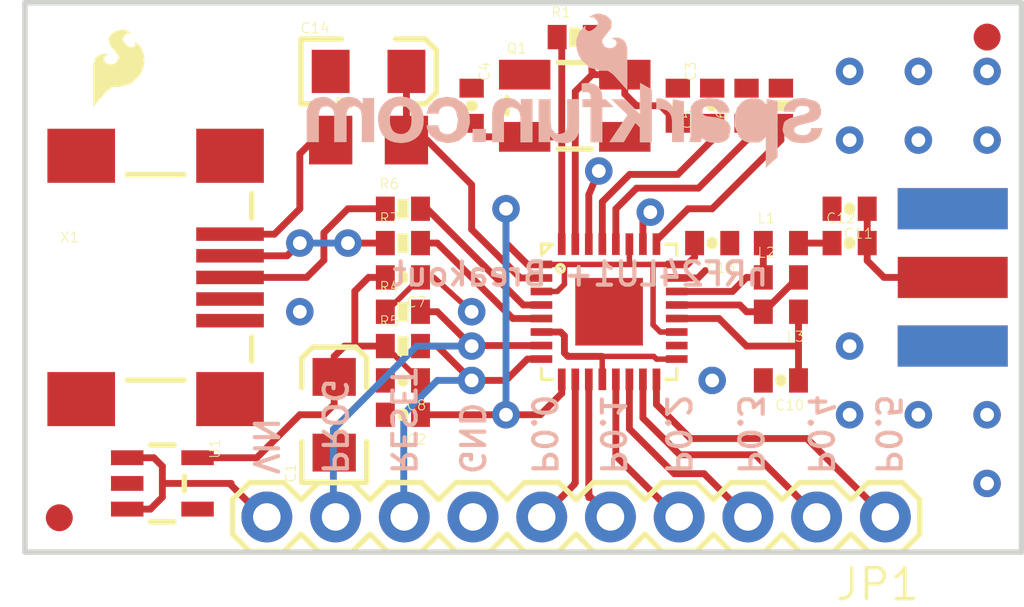
<source format=kicad_pcb>
(kicad_pcb (version 20211014) (generator pcbnew)
  (layers (0 "F.Cu" signal) (31 "B.Cu" signal) (34 "B.Paste" user) (35 "F.Paste" user) (36 "B.SilkS" user "B.Silkscreen") (37 "F.SilkS" user "F.Silkscreen") (38 "B.Mask" user) (39 "F.Mask" user) (44 "Edge.Cuts" user))
  (net 0 "")
  (net 1 "GND")
  (net 2 "VIN")
  (net 3 "VCC")
  (net 4 "N$1")
  (net 5 "N$2")
  (net 6 "N$4")
  (net 7 "N$8")
  (net 8 "N$9")
  (net 9 "N$20")
  (net 10 "N$21")
  (net 11 "N$22")
  (net 12 "N$24")
  (net 13 "VBUS")
  (net 14 "D+")
  (net 15 "D-")
  (net 16 "PROG")
  (net 17 "/RESET")
  (net 18 "N$3")
  (net 19 "N$6")
  (net 20 "N$5")
  (net 21 "N$7")
  (net 22 "P0.0")
  (net 23 "P0.1")
  (net 24 "P0.2")
  (net 25 "P0.3")
  (net 26 "P0.4")
  (net 27 "P0.5")
  (footprint "boardEagle:0402-RES" (layer "F.Cu") (at 144.0561 107.5436)
    (fp_text reference "R5" (at -0.889 -0.6985) (layer "F.SilkS") (effects (font (size 0.373888 0.373888) (thickness 0.032512)) (justify left bottom)))
    (fp_text value "10k")
    (pad "1" smd rect (at -0.65 0) (size 0.7 0.9) (layers "F.Cu" "F.Paste" "F.Mask") (net 3 "VCC"))
    (pad "2" smd rect (at 0.65 0) (size 0.7 0.9) (layers "F.Cu" "F.Paste" "F.Mask") (net 17 "/RESET"))
  )
  (footprint "boardEagle:SFE-LOGO-FLAME" (layer "F.Cu") (at 132.6261 98.6536)
    (fp_text reference "U$14" hide)
    (fp_text value "LOGO-SFESK" hide)
  )
  (footprint "boardEagle:SMA-EDGE" (layer "F.Cu") (at 164.3761 102.4636 -90)
    (fp_text reference "J$1" hide)
    (fp_text value "SMA_EDGE" hide)
    (pad "GND@0" smd rect (at 0 0 270) (size 1.524 4.064) (layers "F.Cu" "F.Mask") (net 1 "GND"))
    (pad "GND@1" smd rect (at 5.08 0 270) (size 1.524 4.064) (layers "F.Cu" "F.Mask") (net 1 "GND"))
    (pad "GND@2" smd rect (at 0 0 270) (size 1.524 4.064) (layers "B.Cu" "B.Paste" "B.Mask") (net 1 "GND"))
    (pad "GND@3" smd rect (at 5.08 0 270) (size 1.524 4.064) (layers "B.Cu" "B.Paste" "B.Mask") (net 1 "GND"))
    (pad "SIG" smd rect (at 2.54 0 270) (size 1.524 4.064) (layers "F.Cu" "F.Mask") (net 10 "N$21"))
  )
  (footprint "boardEagle:0402-RES" (layer "F.Cu") (at 150.4061 96.1136)
    (fp_text reference "R1" (at -0.889 -0.6985) (layer "F.SilkS") (effects (font (size 0.373888 0.373888) (thickness 0.032512)) (justify left bottom)))
    (fp_text value "1M")
    (pad "1" smd rect (at -0.65 0) (size 0.7 0.9) (layers "F.Cu" "F.Paste" "F.Mask") (net 5 "N$2"))
    (pad "2" smd rect (at 0.65 0) (size 0.7 0.9) (layers "F.Cu" "F.Paste" "F.Mask") (net 4 "N$1"))
  )
  (footprint "boardEagle:0402-CAP" (layer "F.Cu") (at 156.7561 98.6536 90)
    (fp_text reference "C6" (at -0.889 -0.6985 90) (layer "F.SilkS") (effects (font (size 0.373888 0.373888) (thickness 0.032512)) (justify left bottom)))
    (fp_text value "33nF")
    (pad "1" smd rect (at -0.65 0 90) (size 0.7 0.9) (layers "F.Cu" "F.Paste" "F.Mask") (net 7 "N$8"))
    (pad "2" smd rect (at 0.65 0 90) (size 0.7 0.9) (layers "F.Cu" "F.Paste" "F.Mask") (net 1 "GND"))
  )
  (footprint "boardEagle:0402-CAP" (layer "F.Cu") (at 160.5661 102.4636 180)
    (fp_text reference "C11" (at -0.889 -0.6985 180) (layer "F.SilkS") (effects (font (size 0.373888 0.373888) (thickness 0.032512)) (justify right top)))
    (fp_text value "1.0pF")
    (pad "1" smd rect (at -0.65 0 180) (size 0.7 0.9) (layers "F.Cu" "F.Paste" "F.Mask") (net 10 "N$21"))
    (pad "2" smd rect (at 0.65 0 180) (size 0.7 0.9) (layers "F.Cu" "F.Paste" "F.Mask") (net 1 "GND"))
  )
  (footprint "boardEagle:QFN-32" (layer "F.Cu") (at 151.6761 106.2736 -90)
    (fp_text reference "U2" hide)
    (fp_text value "NRF24LU1" hide)
    (pad "P$1" smd rect (at -1.75 2.5) (size 0.8 0.2846) (layers "F.Cu" "F.Paste" "F.Mask") (net 3 "VCC"))
    (pad "P$2" smd rect (at -1.25 2.5) (size 0.8 0.2846) (layers "F.Cu" "F.Paste" "F.Mask") (net 13 "VBUS"))
    (pad "P$3" smd rect (at -0.75 2.5) (size 0.8 0.2846) (layers "F.Cu" "F.Paste" "F.Mask") (net 3 "VCC"))
    (pad "P$4" smd rect (at -0.25 2.5) (size 0.8 0.2846) (layers "F.Cu" "F.Paste" "F.Mask") (net 20 "N$5"))
    (pad "P$5" smd rect (at 0.25 2.5) (size 0.8 0.2846) (layers "F.Cu" "F.Paste" "F.Mask") (net 21 "N$7"))
    (pad "P$6" smd rect (at 0.75 2.5) (size 0.8 0.2846) (layers "F.Cu" "F.Paste" "F.Mask") (net 1 "GND"))
    (pad "P$7" smd rect (at 1.25 2.5) (size 0.8 0.2846) (layers "F.Cu" "F.Paste" "F.Mask") (net 16 "PROG"))
    (pad "P$8" smd rect (at 1.75 2.5) (size 0.8 0.2846) (layers "F.Cu" "F.Paste" "F.Mask") (net 17 "/RESET"))
    (pad "P$9" smd rect (at 2.5 1.75 90) (size 0.8 0.2846) (layers "F.Cu" "F.Paste" "F.Mask") (net 3 "VCC"))
    (pad "P$10" smd rect (at 2.5 1.25 90) (size 0.8 0.2846) (layers "F.Cu" "F.Paste" "F.Mask") (net 22 "P0.0"))
    (pad "P$11" smd rect (at 2.5 0.75 90) (size 0.8 0.2846) (layers "F.Cu" "F.Paste" "F.Mask") (net 23 "P0.1"))
    (pad "P$12" smd rect (at 2.5 0.25 90) (size 0.8 0.2846) (layers "F.Cu" "F.Paste" "F.Mask") (net 1 "GND"))
    (pad "P$13" smd rect (at 2.5 -0.25 90) (size 0.8 0.2846) (layers "F.Cu" "F.Paste" "F.Mask") (net 24 "P0.2"))
    (pad "P$14" smd rect (at 2.5 -0.75 90) (size 0.8 0.2846) (layers "F.Cu" "F.Paste" "F.Mask") (net 25 "P0.3"))
    (pad "P$15" smd rect (at 2.5 -1.25 90) (size 0.8 0.2846) (layers "F.Cu" "F.Paste" "F.Mask") (net 26 "P0.4"))
    (pad "P$16" smd rect (at 2.5 -1.75 90) (size 0.8 0.2846) (layers "F.Cu" "F.Paste" "F.Mask") (net 27 "P0.5"))
    (pad "P$17" smd rect (at 1.75 -2.5 180) (size 0.8 0.2846) (layers "F.Cu" "F.Paste" "F.Mask") (net 1 "GND"))
    (pad "P$18" smd rect (at 1.25 -2.5 180) (size 0.8 0.2846) (layers "F.Cu" "F.Paste" "F.Mask") (net 1 "GND"))
    (pad "P$19" smd rect (at 0.75 -2.5 180) (size 0.8 0.2846) (layers "F.Cu" "F.Paste" "F.Mask") (net 3 "VCC"))
    (pad "P$20" smd rect (at 0.25 -2.5 180) (size 0.8 0.2846) (layers "F.Cu" "F.Paste" "F.Mask") (net 12 "N$24"))
    (pad "P$21" smd rect (at -0.25 -2.5 180) (size 0.8 0.2846) (layers "F.Cu" "F.Paste" "F.Mask") (net 11 "N$22"))
    (pad "P$22" smd rect (at -0.75 -2.5 180) (size 0.8 0.2846) (layers "F.Cu" "F.Paste" "F.Mask") (net 18 "N$3"))
    (pad "P$23" smd rect (at -1.25 -2.5 180) (size 0.8 0.2846) (layers "F.Cu" "F.Paste" "F.Mask") (net 1 "GND"))
    (pad "P$24" smd rect (at -1.75 -2.5 180) (size 0.8 0.2846) (layers "F.Cu" "F.Paste" "F.Mask") (net 3 "VCC"))
    (pad "P$25" smd rect (at -2.5 -1.75 270) (size 0.8 0.2846) (layers "F.Cu" "F.Paste" "F.Mask") (net 8 "N$9"))
    (pad "P$26" smd rect (at -2.5 -1.25 270) (size 0.8 0.2846) (layers "F.Cu" "F.Paste" "F.Mask") (net 1 "GND"))
    (pad "P$27" smd rect (at -2.5 -0.75 270) (size 0.8 0.2846) (layers "F.Cu" "F.Paste" "F.Mask") (net 3 "VCC"))
    (pad "P$28" smd rect (at -2.5 -0.25 270) (size 0.8 0.2846) (layers "F.Cu" "F.Paste" "F.Mask") (net 7 "N$8"))
    (pad "P$29" smd rect (at -2.5 0.25 270) (size 0.8 0.2846) (layers "F.Cu" "F.Paste" "F.Mask") (net 6 "N$4"))
    (pad "P$30" smd rect (at -2.5 0.75 270) (size 0.8 0.2846) (layers "F.Cu" "F.Paste" "F.Mask") (net 1 "GND"))
    (pad "P$31" smd rect (at -2.5 1.25 270) (size 0.8 0.2846) (layers "F.Cu" "F.Paste" "F.Mask") (net 4 "N$1"))
    (pad "P$32" smd rect (at -2.5 1.75 270) (size 0.8 0.2846) (layers "F.Cu" "F.Paste" "F.Mask") (net 5 "N$2"))
    (pad "P$33" smd rect (at 0 0 270) (size 2.5 2.5) (layers "F.Cu" "F.Paste" "F.Mask"))
  )
  (footprint "boardEagle:0402-CAP" (layer "F.Cu") (at 144.0561 105.0036 180)
    (fp_text reference "C7" (at -0.889 -0.6985 180) (layer "F.SilkS") (effects (font (size 0.373888 0.373888) (thickness 0.032512)) (justify right top)))
    (fp_text value "10n")
    (pad "1" smd rect (at -0.65 0 180) (size 0.7 0.9) (layers "F.Cu" "F.Paste" "F.Mask") (net 1 "GND"))
    (pad "2" smd rect (at 0.65 0 180) (size 0.7 0.9) (layers "F.Cu" "F.Paste" "F.Mask") (net 3 "VCC"))
  )
  (footprint "boardEagle:C0402" (layer "F.Cu") (at 158.0261 105.0036)
    (fp_text reference "L2" (at -0.889 -0.6985) (layer "F.SilkS") (effects (font (size 0.373888 0.373888) (thickness 0.032512)) (justify left bottom)))
    (fp_text value "6.8nH")
    (pad "1" smd rect (at -0.65 0) (size 0.7 0.9) (layers "F.Cu" "F.Paste" "F.Mask") (net 18 "N$3"))
    (pad "2" smd rect (at 0.65 0) (size 0.7 0.9) (layers "F.Cu" "F.Paste" "F.Mask") (net 11 "N$22"))
  )
  (footprint "boardEagle:0402-CAP" (layer "F.Cu") (at 146.5961 98.6536 -90)
    (fp_text reference "C4" (at -0.889 -0.6985 -90) (layer "F.SilkS") (effects (font (size 0.373888 0.373888) (thickness 0.032512)) (justify left bottom)))
    (fp_text value "15pF")
    (pad "1" smd rect (at -0.65 0 270) (size 0.7 0.9) (layers "F.Cu" "F.Paste" "F.Mask") (net 1 "GND"))
    (pad "2" smd rect (at 0.65 0 270) (size 0.7 0.9) (layers "F.Cu" "F.Paste" "F.Mask") (net 5 "N$2"))
  )
  (footprint "boardEagle:0402-CAP" (layer "F.Cu") (at 144.0561 110.0836 180)
    (fp_text reference "C2" (at -0.889 -0.6985 180) (layer "F.SilkS") (effects (font (size 0.373888 0.373888) (thickness 0.032512)) (justify right top)))
    (fp_text value "0.1uF")
    (pad "1" smd rect (at -0.65 0 180) (size 0.7 0.9) (layers "F.Cu" "F.Paste" "F.Mask") (net 3 "VCC"))
    (pad "2" smd rect (at 0.65 0 180) (size 0.7 0.9) (layers "F.Cu" "F.Paste" "F.Mask") (net 1 "GND"))
  )
  (footprint "boardEagle:0402-CAP" (layer "F.Cu") (at 155.4861 98.6536 90)
    (fp_text reference "C5" (at -0.889 -0.6985 90) (layer "F.SilkS") (effects (font (size 0.373888 0.373888) (thickness 0.032512)) (justify left bottom)))
    (fp_text value "33nF")
    (pad "1" smd rect (at -0.65 0 90) (size 0.7 0.9) (layers "F.Cu" "F.Paste" "F.Mask") (net 6 "N$4"))
    (pad "2" smd rect (at 0.65 0 90) (size 0.7 0.9) (layers "F.Cu" "F.Paste" "F.Mask") (net 1 "GND"))
  )
  (footprint "boardEagle:0402-CAP" (layer "F.Cu") (at 160.5661 103.7336)
    (fp_text reference "C12" (at -0.889 -0.6985) (layer "F.SilkS") (effects (font (size 0.373888 0.373888) (thickness 0.032512)) (justify left bottom)))
    (fp_text value "1.2pF")
    (pad "1" smd rect (at -0.65 0) (size 0.7 0.9) (layers "F.Cu" "F.Paste" "F.Mask") (net 9 "N$20"))
    (pad "2" smd rect (at 0.65 0) (size 0.7 0.9) (layers "F.Cu" "F.Paste" "F.Mask") (net 10 "N$21"))
  )
  (footprint "boardEagle:FIDUCIAL-1X2" (layer "F.Cu") (at 131.3561 113.8936)
    (fp_text reference "U$12" hide)
    (fp_text value "FIDUCIAL1X2" hide)
    (pad "1" smd roundrect (at 0 0) (size 1 1) (layers "F.Cu" "F.Mask") (roundrect_rratio 0.5))
  )
  (footprint "boardEagle:1X10" (layer "F.Cu") (at 161.8861 113.8636 180)
    (fp_text reference "JP1" (at -1.3462 -1.8288 180) (layer "F.SilkS") (effects (font (size 1.143 1.143) (thickness 0.127)) (justify right top)))
    (fp_text value "M10\"")
    (pad "1" thru_hole circle (at 0 0 270) (size 1.8796 1.8796) (drill 1.016) (layers *.Cu *.Mask) (net 27 "P0.5"))
    (pad "2" thru_hole circle (at 2.54 0 270) (size 1.8796 1.8796) (drill 1.016) (layers *.Cu *.Mask) (net 26 "P0.4"))
    (pad "3" thru_hole circle (at 5.08 0 270) (size 1.8796 1.8796) (drill 1.016) (layers *.Cu *.Mask) (net 25 "P0.3"))
    (pad "4" thru_hole circle (at 7.62 0 270) (size 1.8796 1.8796) (drill 1.016) (layers *.Cu *.Mask) (net 24 "P0.2"))
    (pad "5" thru_hole circle (at 10.16 0 270) (size 1.8796 1.8796) (drill 1.016) (layers *.Cu *.Mask) (net 23 "P0.1"))
    (pad "6" thru_hole circle (at 12.7 0 270) (size 1.8796 1.8796) (drill 1.016) (layers *.Cu *.Mask) (net 22 "P0.0"))
    (pad "7" thru_hole circle (at 15.24 0 270) (size 1.8796 1.8796) (drill 1.016) (layers *.Cu *.Mask) (net 1 "GND"))
    (pad "8" thru_hole circle (at 17.78 0 270) (size 1.8796 1.8796) (drill 1.016) (layers *.Cu *.Mask) (net 17 "/RESET"))
    (pad "9" thru_hole circle (at 20.32 0 270) (size 1.8796 1.8796) (drill 1.016) (layers *.Cu *.Mask) (net 16 "PROG"))
    (pad "10" thru_hole circle (at 22.86 0 270) (size 1.8796 1.8796) (drill 1.016) (layers *.Cu *.Mask) (net 2 "VIN"))
  )
  (footprint "boardEagle:0402-RES" (layer "F.Cu") (at 144.0561 106.2736)
    (fp_text reference "R4" (at -0.889 -0.6985) (layer "F.SilkS") (effects (font (size 0.373888 0.373888) (thickness 0.032512)) (justify left bottom)))
    (fp_text value "10k")
    (pad "1" smd rect (at -0.65 0) (size 0.7 0.9) (layers "F.Cu" "F.Paste" "F.Mask") (net 1 "GND"))
    (pad "2" smd rect (at 0.65 0) (size 0.7 0.9) (layers "F.Cu" "F.Paste" "F.Mask") (net 16 "PROG"))
  )
  (footprint "boardEagle:0402-RES" (layer "F.Cu") (at 158.0261 98.6536 90)
    (fp_text reference "R2" (at -0.889 -0.6985 90) (layer "F.SilkS") (effects (font (size 0.373888 0.373888) (thickness 0.032512)) (justify left bottom)))
    (fp_text value "22k")
    (pad "1" smd rect (at -0.65 0 90) (size 0.7 0.9) (layers "F.Cu" "F.Paste" "F.Mask") (net 8 "N$9"))
    (pad "2" smd rect (at 0.65 0 90) (size 0.7 0.9) (layers "F.Cu" "F.Paste" "F.Mask") (net 1 "GND"))
  )
  (footprint "boardEagle:1206" (layer "F.Cu") (at 142.7861 99.9236)
    (fp_text reference "R3" (at -1.27 -1.143) (layer "F.SilkS") (effects (font (size 0.373888 0.373888) (thickness 0.032512)) (justify left bottom)))
    (fp_text value "10")
    (pad "1" smd rect (at -1.4 0) (size 1.6 1.8) (layers "F.Cu" "F.Paste" "F.Mask") (net 19 "N$6"))
    (pad "2" smd rect (at 1.4 0) (size 1.6 1.8) (layers "F.Cu" "F.Paste" "F.Mask") (net 13 "VBUS"))
  )
  (footprint "boardEagle:C0402" (layer "F.Cu") (at 158.0261 106.2736 180)
    (fp_text reference "L3" (at -0.889 -0.6985 180) (layer "F.SilkS") (effects (font (size 0.373888 0.373888) (thickness 0.032512)) (justify right top)))
    (fp_text value "6.8nH")
    (pad "1" smd rect (at -0.65 0 180) (size 0.7 0.9) (layers "F.Cu" "F.Paste" "F.Mask") (net 12 "N$24"))
    (pad "2" smd rect (at 0.65 0 180) (size 0.7 0.9) (layers "F.Cu" "F.Paste" "F.Mask") (net 11 "N$22"))
  )
  (footprint "boardEagle:0402-CAP" (layer "F.Cu") (at 154.2161 98.6536 -90)
    (fp_text reference "C3" (at -0.889 -0.6985 -90) (layer "F.SilkS") (effects (font (size 0.373888 0.373888) (thickness 0.032512)) (justify left bottom)))
    (fp_text value "15pF")
    (pad "1" smd rect (at -0.65 0 270) (size 0.7 0.9) (layers "F.Cu" "F.Paste" "F.Mask") (net 1 "GND"))
    (pad "2" smd rect (at 0.65 0 270) (size 0.7 0.9) (layers "F.Cu" "F.Paste" "F.Mask") (net 4 "N$1"))
  )
  (footprint "boardEagle:EIA3216" (layer "F.Cu") (at 142.7861 97.3836)
    (fp_text reference "C14" (at -2.54 -1.381) (layer "F.SilkS") (effects (font (size 0.373888 0.373888) (thickness 0.032512)) (justify left bottom)))
    (fp_text value "10uF")
    (pad "A" smd rect (at 1.4 0 90) (size 1.6 1.4) (layers "F.Cu" "F.Paste" "F.Mask") (net 13 "VBUS"))
    (pad "C" smd rect (at -1.4 0 90) (size 1.6 1.4) (layers "F.Cu" "F.Paste" "F.Mask") (net 1 "GND"))
  )
  (footprint "boardEagle:0402-CAP" (layer "F.Cu") (at 155.4861 103.7336 180)
    (fp_text reference "C13" (at -0.889 -0.6985 180) (layer "F.SilkS") (effects (font (size 0.373888 0.373888) (thickness 0.032512)) (justify right top)))
    (fp_text value "100nF")
    (pad "1" smd rect (at -0.65 0 180) (size 0.7 0.9) (layers "F.Cu" "F.Paste" "F.Mask") (net 1 "GND"))
    (pad "2" smd rect (at 0.65 0 180) (size 0.7 0.9) (layers "F.Cu" "F.Paste" "F.Mask") (net 3 "VCC"))
  )
  (footprint "boardEagle:0402-RES" (layer "F.Cu") (at 144.0561 103.7336)
    (fp_text reference "R7" (at -0.889 -0.6985) (layer "F.SilkS") (effects (font (size 0.373888 0.373888) (thickness 0.032512)) (justify left bottom)))
    (fp_text value "22")
    (pad "1" smd rect (at -0.65 0) (size 0.7 0.9) (layers "F.Cu" "F.Paste" "F.Mask") (net 15 "D-"))
    (pad "2" smd rect (at 0.65 0) (size 0.7 0.9) (layers "F.Cu" "F.Paste" "F.Mask") (net 21 "N$7"))
  )
  (footprint "boardEagle:EIA3216" (layer "F.Cu") (at 141.5161 110.0836 90)
    (fp_text reference "C1" (at -2.54 -1.381 90) (layer "F.SilkS") (effects (font (size 0.373888 0.373888) (thickness 0.032512)) (justify left bottom)))
    (fp_text value "10uF")
    (pad "A" smd rect (at 1.4 0 180) (size 1.6 1.4) (layers "F.Cu" "F.Paste" "F.Mask") (net 3 "VCC"))
    (pad "C" smd rect (at -1.4 0 180) (size 1.6 1.4) (layers "F.Cu" "F.Paste" "F.Mask") (net 1 "GND"))
  )
  (footprint "boardEagle:0402-RES" (layer "F.Cu") (at 144.0561 102.4636)
    (fp_text reference "R6" (at -0.889 -0.6985) (layer "F.SilkS") (effects (font (size 0.373888 0.373888) (thickness 0.032512)) (justify left bottom)))
    (fp_text value "22")
    (pad "1" smd rect (at -0.65 0) (size 0.7 0.9) (layers "F.Cu" "F.Paste" "F.Mask") (net 14 "D+"))
    (pad "2" smd rect (at 0.65 0) (size 0.7 0.9) (layers "F.Cu" "F.Paste" "F.Mask") (net 20 "N$5"))
  )
  (footprint "boardEagle:0402-CAP" (layer "F.Cu") (at 158.0261 108.8136 180)
    (fp_text reference "C10" (at -0.889 -0.6985 180) (layer "F.SilkS") (effects (font (size 0.373888 0.373888) (thickness 0.032512)) (justify right top)))
    (fp_text value "2.2nF")
    (pad "1" smd rect (at -0.65 0 180) (size 0.7 0.9) (layers "F.Cu" "F.Paste" "F.Mask") (net 12 "N$24"))
    (pad "2" smd rect (at 0.65 0 180) (size 0.7 0.9) (layers "F.Cu" "F.Paste" "F.Mask") (net 1 "GND"))
  )
  (footprint "boardEagle:FIDUCIAL-1X2" (layer "F.Cu") (at 165.6461 96.1136)
    (fp_text reference "U$13" hide)
    (fp_text value "FIDUCIAL1X2" hide)
    (pad "1" smd roundrect (at 0 0) (size 1 1) (layers "F.Cu" "F.Mask") (roundrect_rratio 0.5))
  )
  (footprint "boardEagle:CRYSTAL-SMD-5X3" (layer "F.Cu") (at 150.4061 98.6536)
    (fp_text reference "Q1" (at -2.54 -1.905) (layer "F.SilkS") (effects (font (size 0.373888 0.373888) (thickness 0.032512)) (justify left bottom)))
    (fp_text value "16MHz")
    (pad "1" smd rect (at -1.85 1.15) (size 1.9 1.1) (layers "F.Cu" "F.Paste" "F.Mask") (net 5 "N$2"))
    (pad "2" smd rect (at 1.85 1.15) (size 1.9 1.1) (layers "F.Cu" "F.Paste" "F.Mask"))
    (pad "3" smd rect (at 1.85 -1.15) (size 1.9 1.1) (layers "F.Cu" "F.Paste" "F.Mask") (net 4 "N$1"))
    (pad "4" smd rect (at -1.85 -1.15) (size 1.9 1.1) (layers "F.Cu" "F.Paste" "F.Mask"))
  )
  (footprint "boardEagle:C0402" (layer "F.Cu") (at 158.0261 103.7336)
    (fp_text reference "L1" (at -0.889 -0.6985) (layer "F.SilkS") (effects (font (size 0.373888 0.373888) (thickness 0.032512)) (justify left bottom)))
    (fp_text value "4.7nH")
    (pad "1" smd rect (at -0.65 0) (size 0.7 0.9) (layers "F.Cu" "F.Paste" "F.Mask") (net 18 "N$3"))
    (pad "2" smd rect (at 0.65 0) (size 0.7 0.9) (layers "F.Cu" "F.Paste" "F.Mask") (net 9 "N$20"))
  )
  (footprint "boardEagle:SOT23-5" (layer "F.Cu") (at 135.1661 112.6236 -90)
    (fp_text reference "U1" (at -0.889 -2.159 -90) (layer "F.SilkS") (effects (font (size 0.373888 0.373888) (thickness 0.032512)) (justify left bottom)))
    (fp_text value "3.3V")
    (pad "1" smd rect (at -0.95 1.3001 270) (size 0.55 1.2) (layers "F.Cu" "F.Paste" "F.Mask") (net 2 "VIN"))
    (pad "2" smd rect (at 0 1.3001 270) (size 0.55 1.2) (layers "F.Cu" "F.Paste" "F.Mask") (net 1 "GND"))
    (pad "3" smd rect (at 0.95 1.3001 270) (size 0.55 1.2) (layers "F.Cu" "F.Paste" "F.Mask") (net 2 "VIN"))
    (pad "4" smd rect (at 0.95 -1.3001 270) (size 0.55 1.2) (layers "F.Cu" "F.Paste" "F.Mask"))
    (pad "5" smd rect (at -0.95 -1.3001 270) (size 0.55 1.2) (layers "F.Cu" "F.Paste" "F.Mask") (net 3 "VCC"))
  )
  (footprint "boardEagle:USB-MINIB" (layer "F.Cu") (at 135.1661 105.0036)
    (fp_text reference "X1" (at -3.81 -1.27) (layer "F.SilkS") (effects (font (size 0.373888 0.373888) (thickness 0.032512)) (justify left bottom)))
    (fp_text value "USBSMD")
    (pad "" np_thru_hole circle (at 0 -2.2) (size 0.9 0.9) (drill 0.9) (layers *.Cu *.Mask))
    (pad "" np_thru_hole circle (at 0 2.2) (size 0.9 0.9) (drill 0.9) (layers *.Cu *.Mask))
    (pad "D+" smd rect (at 2.5 0) (size 2.5 0.5) (layers "F.Cu" "F.Paste" "F.Mask") (net 14 "D+"))
    (pad "D-" smd rect (at 2.5 -0.8) (size 2.5 0.5) (layers "F.Cu" "F.Paste" "F.Mask") (net 15 "D-"))
    (pad "GND" smd rect (at 2.5 1.6) (size 2.5 0.5) (layers "F.Cu" "F.Paste" "F.Mask") (net 1 "GND"))
    (pad "GND@1" smd rect (at -3 4.5) (size 2.5 2) (layers "F.Cu" "F.Paste" "F.Mask"))
    (pad "GND@2" smd rect (at -3 -4.5) (size 2.5 2) (layers "F.Cu" "F.Paste" "F.Mask"))
    (pad "GND@3" smd rect (at 2.5 -4.5) (size 2.5 2) (layers "F.Cu" "F.Paste" "F.Mask"))
    (pad "GND@4" smd rect (at 2.5 4.5) (size 2.5 2) (layers "F.Cu" "F.Paste" "F.Mask"))
    (pad "ID" smd rect (at 2.5 0.8) (size 2.5 0.5) (layers "F.Cu" "F.Paste" "F.Mask"))
    (pad "VBUS" smd rect (at 2.5 -1.6) (size 2.5 0.5) (layers "F.Cu" "F.Paste" "F.Mask") (net 19 "N$6"))
  )
  (footprint "boardEagle:0402-CAP" (layer "F.Cu") (at 144.0561 108.8136 180)
    (fp_text reference "C8" (at -0.889 -0.6985 180) (layer "F.SilkS") (effects (font (size 0.373888 0.373888) (thickness 0.032512)) (justify right top)))
    (fp_text value "10n")
    (pad "1" smd rect (at -0.65 0 180) (size 0.7 0.9) (layers "F.Cu" "F.Paste" "F.Mask") (net 3 "VCC"))
    (pad "2" smd rect (at 0.65 0 180) (size 0.7 0.9) (layers "F.Cu" "F.Paste" "F.Mask") (net 1 "GND"))
  )
  (footprint "boardEagle:SFE-NEW-WEBLOGO" (layer "B.Cu") (at 159.5501 100.9396 180)
    (fp_text reference "JP2" hide)
    (fp_text value "LOGO-SFENEW" hide)
  )
  (gr_line (start 130.0861 115.1636) (end 166.9161 115.1636) (layer "Edge.Cuts") (width 0.2032))
  (gr_line (start 166.9161 115.1636) (end 166.9161 94.8436) (layer "Edge.Cuts") (width 0.2032))
  (gr_line (start 166.9161 94.8436) (end 130.0861 94.8436) (layer "Edge.Cuts") (width 0.2032))
  (gr_line (start 130.0861 94.8436) (end 130.0861 115.1636) (layer "Edge.Cuts") (width 0.2032))
  (gr_text "GND" (at 146.0881 112.3696 -90) (layer "B.SilkS") (effects (font (size 0.8636 0.8636) (thickness 0.1524)) (justify left bottom mirror)))
  (gr_text "RESET" (at 143.5481 112.3696 -90) (layer "B.SilkS") (effects (font (size 0.8636 0.8636) (thickness 0.1524)) (justify left bottom mirror)))
  (gr_text "nRF24LU1+ Breakout" (at 157.6451 105.3846) (layer "B.SilkS") (effects (font (size 0.8636 0.8636) (thickness 0.1524)) (justify left bottom mirror)))
  (gr_text "P0.4" (at 158.9751 112.3696 -90) (layer "B.SilkS") (effects (font (size 0.8636 0.8636) (thickness 0.1524)) (justify left bottom mirror)))
  (gr_text "P0.0" (at 148.7551 112.3696 -90) (layer "B.SilkS") (effects (font (size 0.8636 0.8636) (thickness 0.1524)) (justify left bottom mirror)))
  (gr_text "P0.3" (at 156.3751 112.3696 -90) (layer "B.SilkS") (effects (font (size 0.8636 0.8636) (thickness 0.1524)) (justify left bottom mirror)))
  (gr_text "PROG" (at 141.0081 112.3696 -90) (layer "B.SilkS") (effects (font (size 0.8636 0.8636) (thickness 0.1524)) (justify left bottom mirror)))
  (gr_text "P0.1" (at 151.2951 112.3696 -90) (layer "B.SilkS") (effects (font (size 0.8636 0.8636) (thickness 0.1524)) (justify left bottom mirror)))
  (gr_text "VIN" (at 138.4681 112.3696 -90) (layer "B.SilkS") (effects (font (size 0.8636 0.8636) (thickness 0.1524)) (justify left bottom mirror)))
  (gr_text "P0.2" (at 153.7081 112.3696 -90) (layer "B.SilkS") (effects (font (size 0.8636 0.8636) (thickness 0.1524)) (justify left bottom mirror)))
  (gr_text "P0.5" (at 161.4751 112.3696 -90) (layer "B.SilkS") (effects (font (size 0.8636 0.8636) (thickness 0.1524)) (justify left bottom mirror)))
  (segment (start 153.7843 108.0262) (end 154.1761 108.0236) (width 0.2032) (layer "F.Cu") (net 1))
  (segment (start 152.9261 103.7736) (end 152.9261 102.8646) (width 0.254) (layer "F.Cu") (net 1))
  (segment (start 153.3271 107.9246) (end 153.4287 108.0262) (width 0.2032) (layer "F.Cu") (net 1))
  (segment (start 145.1991 105.0036) (end 146.5961 106.2736) (width 0.2032) (layer "F.Cu") (net 1))
  (segment (start 143.4061 106.2736) (end 143.4361 106.2736) (width 0.2032) (layer "F.Cu") (net 1))
  (segment (start 151.4221 108.3818) (end 151.4261 108.7736) (width 0.2032) (layer "F.Cu") (net 1))
  (segment (start 150.0251 107.7976) (end 150.0251 107.1626) (width 0.254) (layer "F.Cu") (net 1))
  (segment (start 149.8861 107.0236) (end 149.1761 107.0236) (width 0.254) (layer "F.Cu") (net 1))
  (segment (start 153.4541 102.8446) (end 153.2001 102.5906) (width 0.254) (layer "F.Cu") (net 1))
  (segment (start 154.1761 105.0236) (end 154.9581 105.0236) (width 0.254) (layer "F.Cu") (net 1))
  (segment (start 154.9581 105.0236) (end 155.2321 104.7496) (width 0.254) (layer "F.Cu") (net 1))
  (segment (start 150.9261 103.7736) (end 150.9261 101.9436) (width 0.254) (layer "F.Cu") (net 1))
  (segment (start 144.7061 105.0036) (end 145.1991 105.0036) (width 0.2032) (layer "F.Cu") (net 1))
  (segment (start 144.7061 105.0036) (end 144.5641 105.0036) (width 0.254) (layer "F.Cu") (net 1))
  (segment (start 152.9461 102.8446) (end 153.4541 102.8446) (width 0.254) (layer "F.Cu") (net 1))
  (segment (start 150.0251 107.1626) (end 149.8861 107.0236) (width 0.254) (layer "F.Cu") (net 1))
  (segment (start 151.4221 107.9246) (end 153.3271 107.9246) (width 0.2032) (layer "F.Cu") (net 1))
  (segment (start 143.4361 106.2736) (end 144.7061 105.0036) (width 0.2032) (layer "F.Cu") (net 1))
  (segment (start 150.1521 107.9246) (end 151.4221 107.9246) (width 0.254) (layer "F.Cu") (net 1))
  (segment (start 153.4287 108.0262) (end 153.7843 108.0262) (width 0.2032) (layer "F.Cu") (net 1))
  (segment (start 150.9261 101.9436) (end 151.2951 101.0666) (width 0.254) (layer "F.Cu") (net 1))
  (segment (start 151.4221 107.9246) (end 151.4221 108.3818) (width 0.2032) (layer "F.Cu") (net 1))
  (segment (start 152.9261 102.8646) (end 152.9461 102.8446) (width 0.254) (layer "F.Cu") (net 1))
  (segment (start 150.0251 107.7976) (end 150.1521 107.9246) (width 0.254) (layer "F.Cu") (net 1))
  (via (at 155.4861 108.8136) (size 1.016) (drill 0.508) (layers "F.Cu" "B.Cu") (net 1))
  (via (at 140.2461 106.2736) (size 1.016) (drill 0.508) (layers "F.Cu" "B.Cu") (net 1))
  (via (at 165.6461 97.3836) (size 1.016) (drill 0.508) (layers "F.Cu" "B.Cu") (net 1))
  (via (at 151.2951 101.0666) (size 1.016) (drill 0.508) (layers "F.Cu" "B.Cu") (net 1))
  (via (at 165.6461 112.6236) (size 1.016) (drill 0.508) (layers "F.Cu" "B.Cu") (net 1))
  (via (at 160.5661 107.5436) (size 1.016) (drill 0.508) (layers "F.Cu" "B.Cu") (net 1))
  (via (at 146.5961 106.2736) (size 1.016) (drill 0.508) (layers "F.Cu" "B.Cu") (net 1))
  (via (at 160.5661 99.9236) (size 1.016) (drill 0.508) (layers "F.Cu" "B.Cu") (net 1))
  (via (at 160.5661 110.0836) (size 1.016) (drill 0.508) (layers "F.Cu" "B.Cu") (net 1))
  (via (at 160.5661 97.3836) (size 1.016) (drill 0.508) (layers "F.Cu" "B.Cu") (net 1))
  (via (at 165.6461 110.0836) (size 1.016) (drill 0.508) (layers "F.Cu" "B.Cu") (net 1))
  (via (at 163.1061 99.9236) (size 1.016) (drill 0.508) (layers "F.Cu" "B.Cu") (net 1))
  (via (at 163.1061 97.3836) (size 1.016) (drill 0.508) (layers "F.Cu" "B.Cu") (net 1))
  (via (at 165.6461 99.9236) (size 1.016) (drill 0.508) (layers "F.Cu" "B.Cu") (net 1))
  (via (at 163.1061 110.0836) (size 1.016) (drill 0.508) (layers "F.Cu" "B.Cu") (net 1))
  (via (at 153.2001 102.5906) (size 1.016) (drill 0.508) (layers "F.Cu" "B.Cu") (net 1))
  (segment (start 135.1661 112.6236) (end 137.7061 112.6236) (width 0.254) (layer "F.Cu") (net 2))
  (segment (start 134.8511 111.6736) (end 133.866 111.6736) (width 0.254) (layer "F.Cu") (net 2))
  (segment (start 137.7061 112.6436) (end 137.6861 112.6636) (width 0.254) (layer "F.Cu") (net 2))
  (segment (start 135.1661 113.1316) (end 135.1661 112.6236) (width 0.254) (layer "F.Cu") (net 2))
  (segment (start 137.6861 112.6636) (end 138.8861 113.8636) (width 0.254) (layer "F.Cu") (net 2))
  (segment (start 133.866 113.5736) (end 134.7241 113.5736) (width 0.254) (layer "F.Cu") (net 2))
  (segment (start 138.8861 113.8636) (end 139.0261 113.8636) (width 0.254) (layer "F.Cu") (net 2))
  (segment (start 135.1661 112.6236) (end 135.1661 111.9886) (width 0.254) (layer "F.Cu") (net 2))
  (segment (start 134.7241 113.5736) (end 135.1661 113.1316) (width 0.254) (layer "F.Cu") (net 2))
  (segment (start 137.7061 112.6236) (end 137.7061 112.6436) (width 0.254) (layer "F.Cu") (net 2))
  (segment (start 135.1661 111.9886) (end 134.8511 111.6736) (width 0.254) (layer "F.Cu") (net 2))
  (segment (start 153.3017 104.549) (end 153.3017 106.7562) (width 0.2032) (layer "F.Cu") (net 3))
  (segment (start 141.8971 107.5436) (end 142.2781 107.5436) (width 0.254) (layer "F.Cu") (net 3))
  (segment (start 149.1361 110.0836) (end 149.9261 109.2936) (width 0.254) (layer "F.Cu") (net 3))
  (segment (start 154.1761 104.5236) (end 154.5691 104.5236) (width 0.254) (layer "F.Cu") (net 3))
  (segment (start 148.6561 104.5236) (end 149.1761 104.5236) (width 0.254) (layer "F.Cu") (net 3))
  (segment (start 150.0251 104.5236) (end 150.0251 105.2576) (width 0.2032) (layer "F.Cu") (net 3))
  (segment (start 142.2781 107.5436) (end 143.4061 107.5436) (width 0.254) (layer "F.Cu") (net 3))
  (segment (start 142.7861 105.0036) (end 143.4061 105.0036) (width 0.254) (layer "F.Cu") (net 3))
  (segment (start 144.7061 108.8136) (end 144.7061 110.0836) (width 0.254) (layer "F.Cu") (net 3))
  (segment (start 150.0251 105.2576) (end 149.7591 105.5236) (width 0.2032) (layer "F.Cu") (net 3))
  (segment (start 153.5691 107.0236) (end 154.1761 107.0236) (width 0.2032) (layer "F.Cu") (net 3))
  (segment (start 141.5161 109.7026) (end 141.5161 108.6836) (width 0.254) (layer "F.Cu") (net 3))
  (segment (start 144.6761 108.8136) (end 144.7061 108.8136) (width 0.2032) (layer "F.Cu") (net 3))
  (segment (start 149.7591 105.5236) (end 149.1761 105.5236) (width 0.2032) (layer "F.Cu") (net 3))
  (segment (start 153.3017 106.7562) (end 153.5691 107.0236) (width 0.2032) (layer "F.Cu") (net 3))
  (segment (start 152.4261 104.5116) (end 152.4261 103.7736) (width 0.2032) (layer "F.Cu") (net 3))
  (segment (start 138.6561 111.6736) (end 140.2461 110.0836) (width 0.254) (layer "F.Cu") (net 3))
  (segment (start 141.1351 110.0836) (end 141.5161 109.7026) (width 0.254) (layer "F.Cu") (net 3))
  (segment (start 144.7061 110.0836) (end 147.8661 110.0836) (width 0.254) (layer "F.Cu") (net 3))
  (segment (start 154.5691 104.5236) (end 154.8361 104.2566) (width 0.254) (layer "F.Cu") (net 3))
  (segment (start 141.5161 108.6836) (end 141.5161 107.9246) (width 0.254) (layer "F.Cu") (net 3))
  (segment (start 142.2781 107.5436) (end 142.2781 105.5116) (width 0.254) (layer "F.Cu") (net 3))
  (segment (start 141.5161 107.9246) (end 141.8971 107.5436) (width 0.254) (layer "F.Cu") (net 3))
  (segment (start 143.4061 107.5436) (end 144.6761 108.8136) (width 0.2032) (layer "F.Cu") (net 3))
  (segment (start 153.3271 104.5236) (end 154.1761 104.5236) (width 0.2032) (layer "F.Cu") (net 3))
  (segment (start 147.8661 110.0836) (end 149.1361 110.0836) (width 0.254) (layer "F.Cu") (net 3))
  (segment (start 152.4381 104.5236) (end 152.4261 104.5116) (width 0.2032) (layer "F.Cu") (net 3))
  (segment (start 147.8661 103.7336) (end 148.6561 104.5236) (width 0.254) (layer "F.Cu") (net 3))
  (segment (start 136.4662 111.6736) (end 138.6561 111.6736) (width 0.254) (layer "F.Cu") (net 3))
  (segment (start 147.8661 102.4636) (end 147.8661 103.7336) (width 0.254) (layer "F.Cu") (net 3))
  (segment (start 150.0251 104.5236) (end 152.4381 104.5236) (width 0.2032) (layer "F.Cu") (net 3))
  (segment (start 149.9261 109.2936) (end 149.9261 108.7736) (width 0.254) (layer "F.Cu") (net 3))
  (segment (start 152.4381 104.5236) (end 153.3271 104.5236) (width 0.2032) (layer "F.Cu") (net 3))
  (segment (start 140.2461 110.0836) (end 141.1351 110.0836) (width 0.254) (layer "F.Cu") (net 3))
  (segment (start 149.1761 104.5236) (end 150.0251 104.5236) (width 0.2032) (layer "F.Cu") (net 3))
  (segment (start 153.3271 104.5236) (end 153.3017 104.549) (width 0.2032) (layer "F.Cu") (net 3))
  (segment (start 154.8361 104.2566) (end 154.8361 103.7336) (width 0.254) (layer "F.Cu") (net 3))
  (segment (start 142.2781 105.5116) (end 142.7861 105.0036) (width 0.254) (layer "F.Cu") (net 3))
  (via (at 147.8661 110.0836) (size 1.016) (drill 0.508) (layers "F.Cu" "B.Cu") (net 3))
  (via (at 147.8661 102.4636) (size 1.016) (drill 0.508) (layers "F.Cu" "B.Cu") (net 3))
  (segment (start 147.8661 110.0836) (end 147.8661 102.4636) (width 0.254) (layer "B.Cu") (net 3))
  (segment (start 153.5811 98.6536) (end 154.2161 99.2886) (width 0.254) (layer "F.Cu") (net 4))
  (segment (start 152.2561 97.5036) (end 152.2561 98.2176) (width 0.254) (layer "F.Cu") (net 4))
  (segment (start 151.0561 96.1136) (end 151.0411 96.0016) (width 0.254) (layer "F.Cu") (net 4))
  (segment (start 150.4261 98.1256) (end 151.0411 97.5106) (width 0.254) (layer "F.Cu") (net 4))
  (segment (start 151.1611 97.5036) (end 152.2561 97.5036) (width 0.254) (layer "F.Cu") (net 4))
  (segment (start 154.2161 99.2886) (end 154.2161 99.3036) (width 0.254) (layer "F.Cu") (net 4))
  (segment (start 152.6921 98.6536) (end 153.5811 98.6536) (width 0.254) (layer "F.Cu") (net 4))
  (segment (start 151.0411 97.3836) (end 151.0411 96.1286) (width 0.254) (layer "F.Cu") (net 4))
  (segment (start 152.2561 98.2176) (end 152.6921 98.6536) (width 0.254) (layer "F.Cu") (net 4))
  (segment (start 150.4261 103.7736) (end 150.4261 98.1256) (width 0.254) (layer "F.Cu") (net 4))
  (segment (start 151.0411 97.3836) (end 151.1611 97.5036) (width 0.254) (layer "F.Cu") (net 4))
  (segment (start 151.0411 97.5106) (end 151.0411 97.3836) (width 0.254) (layer "F.Cu") (net 4))
  (segment (start 151.0411 96.1286) (end 151.0561 96.1136) (width 0.254) (layer "F.Cu") (net 4))
  (segment (start 147.0961 99.8036) (end 146.5961 99.3036) (width 0.254) (layer "F.Cu") (net 5))
  (segment (start 149.9261 103.7736) (end 149.9261 99.7966) (width 0.254) (layer "F.Cu") (net 5))
  (segment (start 148.5561 99.8036) (end 147.0961 99.8036) (width 0.254) (layer "F.Cu") (net 5))
  (segment (start 149.9191 99.8036) (end 148.5561 99.8036) (width 0.254) (layer "F.Cu") (net 5))
  (segment (start 149.9261 96.2836) (end 149.7561 96.1136) (width 0.254) (layer "F.Cu") (net 5))
  (segment (start 149.9261 99.7966) (end 149.9261 96.2836) (width 0.254) (layer "F.Cu") (net 5))
  (segment (start 149.9261 99.7966) (end 149.9191 99.8036) (width 0.254) (layer "F.Cu") (net 5))
  (segment (start 152.4381 101.1936) (end 154.2161 101.1936) (width 0.254) (layer "F.Cu") (net 6))
  (segment (start 151.4261 103.7736) (end 151.4261 102.2056) (width 0.254) (layer "F.Cu") (net 6))
  (segment (start 151.4261 102.2056) (end 152.4381 101.1936) (width 0.254) (layer "F.Cu") (net 6))
  (segment (start 155.4861 99.9236) (end 155.4861 99.3036) (width 0.254) (layer "F.Cu") (net 6))
  (segment (start 154.2161 101.1936) (end 155.4861 99.9236) (width 0.254) (layer "F.Cu") (net 6))
  (segment (start 156.7561 99.9236) (end 156.7561 99.3036) (width 0.254) (layer "F.Cu") (net 7))
  (segment (start 151.9261 102.4676) (end 152.6921 101.7016) (width 0.254) (layer "F.Cu") (net 7))
  (segment (start 152.6921 101.7016) (end 154.9781 101.7016) (width 0.254) (layer "F.Cu") (net 7))
  (segment (start 154.9781 101.7016) (end 156.7561 99.9236) (width 0.254) (layer "F.Cu") (net 7))
  (segment (start 151.9261 103.7736) (end 151.9261 102.4676) (width 0.254) (layer "F.Cu") (net 7))
  (segment (start 153.4261 103.7736) (end 153.4261 103.6346) (width 0.254) (layer "F.Cu") (net 8))
  (segment (start 155.4861 102.4636) (end 158.0261 99.9236) (width 0.254) (layer "F.Cu") (net 8))
  (segment (start 153.4261 103.6346) (end 154.5971 102.4636) (width 0.254) (layer "F.Cu") (net 8))
  (segment (start 158.0261 99.9236) (end 158.0261 99.3036) (width 0.254) (layer "F.Cu") (net 8))
  (segment (start 154.5971 102.4636) (end 155.4861 102.4636) (width 0.254) (layer "F.Cu") (net 8))
  (segment (start 159.9161 103.7336) (end 159.9161 103.8456) (width 0.254) (layer "F.Cu") (net 9))
  (segment (start 159.9161 103.8456) (end 159.8041 103.7336) (width 0.254) (layer "F.Cu") (net 9))
  (segment (start 159.8041 103.7336) (end 158.6761 103.7336) (width 0.254) (layer "F.Cu") (net 9))
  (segment (start 161.2161 103.7336) (end 161.2161 103.9726) (width 0.254) (layer "F.Cu") (net 10))
  (segment (start 161.2161 103.7486) (end 161.3281 103.8606) (width 0.254) (layer "F.Cu") (net 10))
  (segment (start 161.2161 104.3836) (end 161.8361 105.0036) (width 0.254) (layer "F.Cu") (net 10))
  (segment (start 161.2161 103.7336) (end 161.2161 103.7486) (width 0.254) (layer "F.Cu") (net 10))
  (segment (start 161.8361 105.0036) (end 164.3761 105.0036) (width 0.254) (layer "F.Cu") (net 10))
  (segment (start 161.2161 103.7336) (end 161.2161 104.3836) (width 0.254) (layer "F.Cu") (net 10))
  (segment (start 161.2161 103.9726) (end 161.3281 103.8606) (width 0.254) (layer "F.Cu") (net 10))
  (segment (start 161.2161 103.7336) (end 161.2161 102.4636) (width 0.254) (layer "F.Cu") (net 10))
  (segment (start 158.6611 105.0036) (end 158.6761 105.0036) (width 0.254) (layer "F.Cu") (net 11))
  (segment (start 154.1761 106.0236) (end 156.5061 106.0236) (width 0.254) (layer "F.Cu") (net 11))
  (segment (start 157.3761 106.2736) (end 157.5181 106.2736) (width 0.254) (layer "F.Cu") (net 11))
  (segment (start 156.5061 106.0236) (end 156.7561 106.2736) (width 0.254) (layer "F.Cu") (net 11))
  (segment (start 157.3911 106.2736) (end 158.6611 105.0036) (width 0.254) (layer "F.Cu") (net 11))
  (segment (start 157.3761 106.2736) (end 157.3911 106.2736) (width 0.254) (layer "F.Cu") (net 11))
  (segment (start 156.7561 106.2736) (end 157.3761 106.2736) (width 0.254) (layer "F.Cu") (net 11))
  (segment (start 158.6761 107.5436) (end 158.6761 106.6696) (width 0.254) (layer "F.Cu") (net 12))
  (segment (start 158.6761 106.6696) (end 158.6611 106.6546) (width 0.254) (layer "F.Cu") (net 12))
  (segment (start 158.5341 106.5276) (end 158.6761 106.3856) (width 0.254) (layer "F.Cu") (net 12))
  (segment (start 158.6761 106.2736) (end 158.6761 106.3856) (width 0.254) (layer "F.Cu") (net 12))
  (segment (start 156.7561 107.5436) (end 158.6761 107.5436) (width 0.254) (layer "F.Cu") (net 12))
  (segment (start 158.6761 106.2736) (end 158.6761 106.7666) (width 0.254) (layer "F.Cu") (net 12))
  (segment (start 155.7361 106.5236) (end 156.7561 107.5436) (width 0.254) (layer "F.Cu") (net 12))
  (segment (start 154.1761 106.5236) (end 155.7361 106.5236) (width 0.254) (layer "F.Cu") (net 12))
  (segment (start 158.6761 106.6396) (end 158.6761 106.2736) (width 0.254) (layer "F.Cu") (net 12))
  (segment (start 158.6611 106.6546) (end 158.6761 106.6396) (width 0.254) (layer "F.Cu") (net 12))
  (segment (start 158.6611 106.6546) (end 158.5341 106.5276) (width 0.254) (layer "F.Cu") (net 12))
  (segment (start 158.6761 107.5436) (end 158.6761 108.8136) (width 0.254) (layer "F.Cu") (net 12))
  (segment (start 146.5961 101.5746) (end 144.9451 99.9236) (width 0.254) (layer "F.Cu") (net 13))
  (segment (start 144.9451 99.9236) (end 144.1861 99.9236) (width 0.254) (layer "F.Cu") (net 13))
  (segment (start 146.5961 103.2256) (end 146.5961 101.5746) (width 0.254) (layer "F.Cu") (net 13))
  (segment (start 144.1861 99.9236) (end 144.1861 97.3836) (width 0.254) (layer "F.Cu") (net 13))
  (segment (start 148.3941 105.0236) (end 146.5961 103.2256) (width 0.254) (layer "F.Cu") (net 13))
  (segment (start 149.1761 105.0236) (end 148.3941 105.0236) (width 0.254) (layer "F.Cu") (net 13))
  (segment (start 141.1351 103.3526) (end 142.0241 102.4636) (width 0.254) (layer "F.Cu") (net 14))
  (segment (start 140.5001 105.0036) (end 141.1351 104.3686) (width 0.254) (layer "F.Cu") (net 14))
  (segment (start 141.1351 104.3686) (end 141.1351 103.3526) (width 0.254) (layer "F.Cu") (net 14))
  (segment (start 142.0241 102.4636) (end 143.4061 102.4636) (width 0.254) (layer "F.Cu") (net 14))
  (segment (start 137.6661 105.0036) (end 140.5001 105.0036) (width 0.254) (layer "F.Cu") (net 14))
  (segment (start 139.7761 104.2036) (end 140.2461 103.7336) (width 0.254) (layer "F.Cu") (net 15))
  (segment (start 137.6661 104.2036) (end 139.7761 104.2036) (width 0.254) (layer "F.Cu") (net 15))
  (segment (start 142.0241 103.7336) (end 143.4061 103.7336) (width 0.254) (layer "F.Cu") (net 15))
  (via (at 140.2461 103.7336) (size 1.016) (drill 0.508) (layers "F.Cu" "B.Cu") (net 15))
  (via (at 142.0241 103.7336) (size 1.016) (drill 0.508) (layers "F.Cu" "B.Cu") (net 15))
  (segment (start 140.2461 103.7336) (end 142.0241 103.7336) (width 0.254) (layer "B.Cu") (net 15))
  (segment (start 144.7061 106.2736) (end 144.6911 106.2736) (width 0.254) (layer "F.Cu") (net 16))
  (segment (start 146.6161 107.5236) (end 149.1761 107.5236) (width 0.254) (layer "F.Cu") (net 16))
  (segment (start 145.3261 106.2736) (end 144.7061 106.2736) (width 0.254) (layer "F.Cu") (net 16))
  (segment (start 146.5961 107.5436) (end 145.3261 106.2736) (width 0.254) (layer "F.Cu") (net 16))
  (segment (start 146.5961 107.5436) (end 146.6161 107.5236) (width 0.254) (layer "F.Cu") (net 16))
  (via (at 146.5961 107.5436) (size 1.016) (drill 0.508) (layers "F.Cu" "B.Cu") (net 16))
  (segment (start 144.5641 107.5436) (end 146.5961 107.5436) (width 0.254) (layer "B.Cu") (net 16))
  (segment (start 141.4861 113.7836) (end 141.4861 110.6216) (width 0.254) (layer "B.Cu") (net 16))
  (segment (start 141.4861 110.6216) (end 144.5641 107.5436) (width 0.254) (layer "B.Cu") (net 16))
  (segment (start 141.5661 113.8636) (end 141.4861 113.7836) (width 0.254) (layer "B.Cu") (net 16))
  (segment (start 148.6561 108.0236) (end 149.1761 108.0236) (width 0.254) (layer "F.Cu") (net 17))
  (segment (start 145.3261 107.5436) (end 144.7061 107.5436) (width 0.254) (layer "F.Cu") (net 17))
  (segment (start 144.7061 107.5436) (end 144.6911 107.5436) (width 0.254) (layer "F.Cu") (net 17))
  (segment (start 146.5961 108.8136) (end 145.3261 107.5436) (width 0.254) (layer "F.Cu") (net 17))
  (segment (start 146.5961 108.8136) (end 147.8661 108.8136) (width 0.254) (layer "F.Cu") (net 17))
  (segment (start 147.8661 108.8136) (end 148.6561 108.0236) (width 0.254) (layer "F.Cu") (net 17))
  (via (at 146.5961 108.8136) (size 1.016) (drill 0.508) (layers "F.Cu" "B.Cu") (net 17))
  (segment (start 144.0861 113.8436) (end 144.0861 110.0636) (width 0.254) (layer "B.Cu") (net 17))
  (segment (start 144.1061 113.8636) (end 144.0861 113.8436) (width 0.254) (layer "B.Cu") (net 17))
  (segment (start 144.0861 110.0636) (end 144.0811 110.0586) (width 0.254) (layer "B.Cu") (net 17))
  (segment (start 145.3261 108.8136) (end 146.5961 108.8136) (width 0.254) (layer "B.Cu") (net 17))
  (segment (start 144.0811 110.0586) (end 144.0561 110.0836) (width 0.254) (layer "B.Cu") (net 17))
  (segment (start 144.0811 110.0586) (end 145.3261 108.8136) (width 0.254) (layer "B.Cu") (net 17))
  (segment (start 157.3911 103.7336) (end 157.3761 103.7336) (width 0.254) (layer "F.Cu") (net 18))
  (segment (start 157.3761 103.7486) (end 157.3911 103.7336) (width 0.254) (layer "F.Cu") (net 18))
  (segment (start 157.3761 105.0036) (end 157.3761 103.7486) (width 0.254) (layer "F.Cu") (net 18))
  (segment (start 156.7561 105.0036) (end 157.3761 105.0036) (width 0.254) (layer "F.Cu") (net 18))
  (segment (start 154.1761 105.5236) (end 156.2361 105.5236) (width 0.254) (layer "F.Cu") (net 18))
  (segment (start 156.2361 105.5236) (end 156.7561 105.0036) (width 0.254) (layer "F.Cu") (net 18))
  (segment (start 157.3761 105.0036) (end 157.3911 105.0036) (width 0.254) (layer "F.Cu") (net 18))
  (segment (start 139.3061 103.4036) (end 140.2461 102.4636) (width 0.254) (layer "F.Cu") (net 19))
  (segment (start 140.2461 100.4316) (end 140.7541 99.9236) (width 0.254) (layer "F.Cu") (net 19))
  (segment (start 137.6661 103.4036) (end 139.3061 103.4036) (width 0.254) (layer "F.Cu") (net 19))
  (segment (start 140.2461 102.4636) (end 140.2461 100.4316) (width 0.254) (layer "F.Cu") (net 19))
  (segment (start 140.7541 99.9236) (end 141.3861 99.9236) (width 0.254) (layer "F.Cu") (net 19))
  (segment (start 144.7061 102.4636) (end 144.9451 102.4636) (width 0.254) (layer "F.Cu") (net 20))
  (segment (start 148.5051 106.0236) (end 149.1761 106.0236) (width 0.254) (layer "F.Cu") (net 20))
  (segment (start 144.9451 102.4636) (end 148.5051 106.0236) (width 0.254) (layer "F.Cu") (net 20))
  (segment (start 145.3261 103.7336) (end 148.1161 106.5236) (width 0.254) (layer "F.Cu") (net 21))
  (segment (start 144.7061 103.7336) (end 144.8181 103.7336) (width 0.254) (layer "F.Cu") (net 21))
  (segment (start 144.7061 103.6216) (end 144.6911 103.6066) (width 0.254) (layer "F.Cu") (net 21))
  (segment (start 144.7061 103.7336) (end 144.7061 103.6216) (width 0.254) (layer "F.Cu") (net 21))
  (segment (start 148.1161 106.5236) (end 149.1761 106.5236) (width 0.254) (layer "F.Cu") (net 21))
  (segment (start 144.7061 103.7336) (end 145.3261 103.7336) (width 0.254) (layer "F.Cu") (net 21))
  (segment (start 150.4261 112.6036) (end 150.4261 108.7736) (width 0.254) (layer "F.Cu") (net 22))
  (segment (start 150.3861 112.6436) (end 150.4261 112.6036) (width 0.254) (layer "F.Cu") (net 22))
  (segment (start 150.3861 112.6636) (end 150.3861 112.6436) (width 0.254) (layer "F.Cu") (net 22))
  (segment (start 149.1861 113.8636) (end 150.3861 112.6636) (width 0.254) (layer "F.Cu") (net 22))
  (segment (start 150.8861 112.9636) (end 150.9261 112.9636) (width 0.254) (layer "F.Cu") (net 23))
  (segment (start 151.7261 113.8636) (end 150.8861 113.0236) (width 0.254) (layer "F.Cu") (net 23))
  (segment (start 150.9261 112.9636) (end 150.9261 108.7736) (width 0.254) (layer "F.Cu") (net 23))
  (segment (start 150.8861 113.0236) (end 150.8861 112.9636) (width 0.254) (layer "F.Cu") (net 23))
  (segment (start 150.9261 112.9636) (end 150.9261 113.1436) (width 0.254) (layer "F.Cu") (net 23))
  (segment (start 154.1861 113.8636) (end 151.9261 111.6036) (width 0.254) (layer "F.Cu") (net 24))
  (segment (start 154.2661 113.8636) (end 154.2861 113.8636) (width 0.254) (layer "F.Cu") (net 24))
  (segment (start 151.9261 111.6036) (end 151.9261 108.7736) (width 0.254) (layer "F.Cu") (net 24))
  (segment (start 154.2661 113.8636) (end 154.1861 113.8636) (width 0.254) (layer "F.Cu") (net 24))
  (segment (start 156.8061 113.8636) (end 156.8861 113.8636) (width 0.254) (layer "F.Cu") (net 25))
  (segment (start 154.0861 112.2636) (end 155.1861 112.2636) (width 0.254) (layer "F.Cu") (net 25))
  (segment (start 152.4261 110.6036) (end 152.4261 108.7736) (width 0.254) (layer "F.Cu") (net 25))
  (segment (start 155.1861 112.2636) (end 156.7861 113.8636) (width 0.254) (layer "F.Cu") (net 25))
  (segment (start 152.4261 110.6036) (end 154.0861 112.2636) (width 0.254) (layer "F.Cu") (net 25))
  (segment (start 156.7861 113.8636) (end 156.8061 113.8636) (width 0.254) (layer "F.Cu") (net 25))
  (segment (start 157.0861 111.5636) (end 159.3861 113.8636) (width 0.254) (layer "F.Cu") (net 26))
  (segment (start 154.2861 111.5636) (end 157.0861 111.5636) (width 0.254) (layer "F.Cu") (net 26))
  (segment (start 152.9261 110.2036) (end 154.2861 111.5636) (width 0.254) (layer "F.Cu") (net 26))
  (segment (start 152.9261 110.2036) (end 152.9261 108.7736) (width 0.254) (layer "F.Cu") (net 26))
  (segment (start 159.3861 113.8636) (end 159.3461 113.8636) (width 0.254) (layer "F.Cu") (net 26))
  (segment (start 154.6861 110.9636) (end 158.9861 110.9636) (width 0.254) (layer "F.Cu") (net 27))
  (segment (start 154.6861 110.9636) (end 153.4261 109.7036) (width 0.254) (layer "F.Cu") (net 27))
  (segment (start 153.4261 109.7036) (end 153.4261 108.7736) (width 0.254) (layer "F.Cu") (net 27))
  (segment (start 158.9861 110.9636) (end 161.8861 113.8636) (width 0.254) (layer "F.Cu") (net 27))
)
</source>
